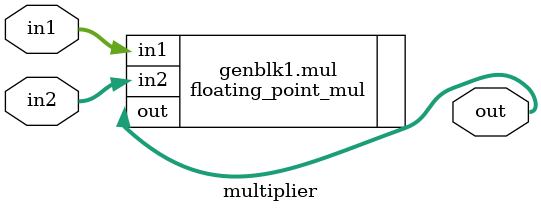
<source format=v>
`timescale 1ns / 1ps


module 
 multiplier #(parameter
	ARITH_TYPE = 0,
	DATA_WIDTH = 32,
	E = 8, 
	M = 24 )
    (
    input [DATA_WIDTH-1:0] in1,
    input [DATA_WIDTH-1:0] in2,
    output [DATA_WIDTH-1:0] out
    );
    
    generate
		if (ARITH_TYPE)
			fixed_point_mul    mul (.in1(in1), .in2(in2), .out(out));
		else
			floating_point_mul mul (.in1(in1), .in2(in2), .out(out));
    endgenerate
    
endmodule

</source>
